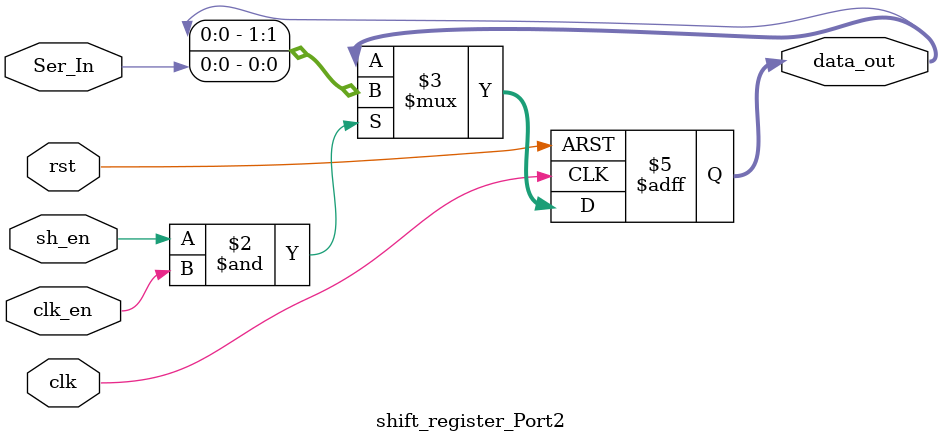
<source format=v>
module shift_register_Port2(
    input  clk,
    input  rst,    
    input  Ser_In, 
    input sh_en,
    input clk_en,
    output reg [1 : 0] data_out 
);


always @(posedge clk or posedge rst) begin
    if (rst) begin
    data_out <= 2'b0;
	end 
	else if (sh_en & clk_en) begin
        data_out <= {data_out[0], Ser_In};
	end
    end

endmodule


</source>
